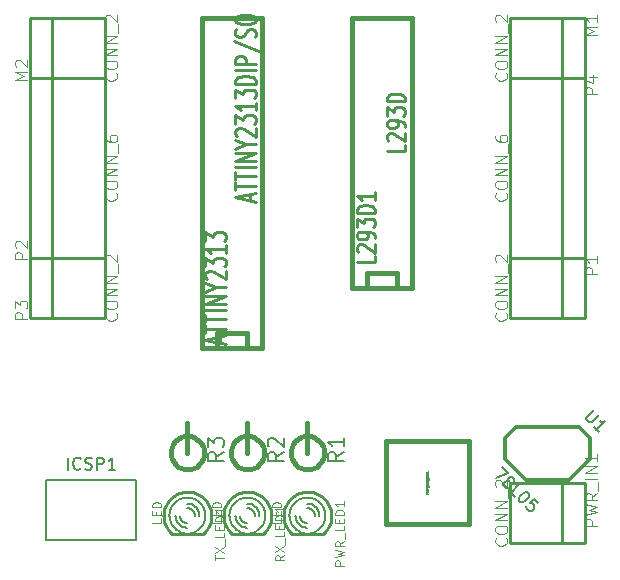
<source format=gto>
G04 (created by PCBNEW-RS274X (2011-05-25)-stable) date Thu 09 Aug 2012 09:53:34 PM CST*
G01*
G70*
G90*
%MOIN*%
G04 Gerber Fmt 3.4, Leading zero omitted, Abs format*
%FSLAX34Y34*%
G04 APERTURE LIST*
%ADD10C,0.006000*%
%ADD11C,0.015000*%
%ADD12C,0.010000*%
%ADD13C,0.008000*%
%ADD14C,0.012000*%
%ADD15C,0.003500*%
%ADD16C,0.011300*%
%ADD17C,0.000400*%
G04 APERTURE END LIST*
G54D10*
G54D11*
X24000Y-28500D02*
X24000Y-27500D01*
X24559Y-28500D02*
X24548Y-28608D01*
X24516Y-28713D01*
X24465Y-28809D01*
X24396Y-28893D01*
X24312Y-28963D01*
X24216Y-29015D01*
X24112Y-29047D01*
X24003Y-29058D01*
X23896Y-29049D01*
X23791Y-29018D01*
X23694Y-28967D01*
X23609Y-28899D01*
X23539Y-28815D01*
X23487Y-28720D01*
X23454Y-28616D01*
X23442Y-28507D01*
X23451Y-28400D01*
X23481Y-28295D01*
X23531Y-28198D01*
X23598Y-28112D01*
X23681Y-28041D01*
X23777Y-27988D01*
X23880Y-27955D01*
X23989Y-27942D01*
X24097Y-27950D01*
X24202Y-27979D01*
X24299Y-28029D01*
X24385Y-28096D01*
X24456Y-28178D01*
X24510Y-28273D01*
X24545Y-28377D01*
X24558Y-28485D01*
X24559Y-28500D01*
X26000Y-28500D02*
X26000Y-27500D01*
X26559Y-28500D02*
X26548Y-28608D01*
X26516Y-28713D01*
X26465Y-28809D01*
X26396Y-28893D01*
X26312Y-28963D01*
X26216Y-29015D01*
X26112Y-29047D01*
X26003Y-29058D01*
X25896Y-29049D01*
X25791Y-29018D01*
X25694Y-28967D01*
X25609Y-28899D01*
X25539Y-28815D01*
X25487Y-28720D01*
X25454Y-28616D01*
X25442Y-28507D01*
X25451Y-28400D01*
X25481Y-28295D01*
X25531Y-28198D01*
X25598Y-28112D01*
X25681Y-28041D01*
X25777Y-27988D01*
X25880Y-27955D01*
X25989Y-27942D01*
X26097Y-27950D01*
X26202Y-27979D01*
X26299Y-28029D01*
X26385Y-28096D01*
X26456Y-28178D01*
X26510Y-28273D01*
X26545Y-28377D01*
X26558Y-28485D01*
X26559Y-28500D01*
X28000Y-28500D02*
X28000Y-27500D01*
X28559Y-28500D02*
X28548Y-28608D01*
X28516Y-28713D01*
X28465Y-28809D01*
X28396Y-28893D01*
X28312Y-28963D01*
X28216Y-29015D01*
X28112Y-29047D01*
X28003Y-29058D01*
X27896Y-29049D01*
X27791Y-29018D01*
X27694Y-28967D01*
X27609Y-28899D01*
X27539Y-28815D01*
X27487Y-28720D01*
X27454Y-28616D01*
X27442Y-28507D01*
X27451Y-28400D01*
X27481Y-28295D01*
X27531Y-28198D01*
X27598Y-28112D01*
X27681Y-28041D01*
X27777Y-27988D01*
X27880Y-27955D01*
X27989Y-27942D01*
X28097Y-27950D01*
X28202Y-27979D01*
X28299Y-28029D01*
X28385Y-28096D01*
X28456Y-28178D01*
X28510Y-28273D01*
X28545Y-28377D01*
X28558Y-28485D01*
X28559Y-28500D01*
G54D12*
X21250Y-19000D02*
X21250Y-16000D01*
X19500Y-19000D02*
X19500Y-16000D01*
X18750Y-19000D02*
X18750Y-16000D01*
X18750Y-22000D02*
X21250Y-22000D01*
X18750Y-16000D02*
X21250Y-16000D01*
X19500Y-19000D02*
X19500Y-22000D01*
X18750Y-22000D02*
X18750Y-19000D01*
X21250Y-19000D02*
X21250Y-22000D01*
X34750Y-19000D02*
X34750Y-22000D01*
X36500Y-19000D02*
X36500Y-22000D01*
X37250Y-19000D02*
X37250Y-22000D01*
X37250Y-16000D02*
X34750Y-16000D01*
X37250Y-22000D02*
X34750Y-22000D01*
X36500Y-19000D02*
X36500Y-16000D01*
X37250Y-16000D02*
X37250Y-19000D01*
X34750Y-19000D02*
X34750Y-16000D01*
X36500Y-16000D02*
X36500Y-14000D01*
X34750Y-16000D02*
X34750Y-14000D01*
X37250Y-14000D02*
X37250Y-16000D01*
X37250Y-14000D02*
X34750Y-14000D01*
X37250Y-16000D02*
X34750Y-16000D01*
X19500Y-14000D02*
X19500Y-16000D01*
X21250Y-14000D02*
X21250Y-16000D01*
X18750Y-16000D02*
X18750Y-14000D01*
X18750Y-16000D02*
X21250Y-16000D01*
X18750Y-14000D02*
X21250Y-14000D01*
X36500Y-24000D02*
X36500Y-22000D01*
X34750Y-24000D02*
X34750Y-22000D01*
X37250Y-22000D02*
X37250Y-24000D01*
X37250Y-22000D02*
X34750Y-22000D01*
X37250Y-24000D02*
X34750Y-24000D01*
X19500Y-22000D02*
X19500Y-24000D01*
X21250Y-22000D02*
X21250Y-24000D01*
X18750Y-24000D02*
X18750Y-22000D01*
X18750Y-24000D02*
X21250Y-24000D01*
X18750Y-22000D02*
X21250Y-22000D01*
X36500Y-31500D02*
X36500Y-29500D01*
X34750Y-31500D02*
X34750Y-29500D01*
X37250Y-29500D02*
X37250Y-31500D01*
X37250Y-29500D02*
X34750Y-29500D01*
X37250Y-31500D02*
X34750Y-31500D01*
G54D13*
X22300Y-31400D02*
X19300Y-31400D01*
X19300Y-29400D02*
X22300Y-29400D01*
X22300Y-29400D02*
X22300Y-31400D01*
X19300Y-31400D02*
X19300Y-29400D01*
G54D14*
X37061Y-27646D02*
X34939Y-27646D01*
X34939Y-27646D02*
X34586Y-28000D01*
X34586Y-28000D02*
X34586Y-28707D01*
X34586Y-28707D02*
X35293Y-29414D01*
X35293Y-29414D02*
X36707Y-29414D01*
X36707Y-29414D02*
X37414Y-28707D01*
X37414Y-28707D02*
X37414Y-28000D01*
X37414Y-28000D02*
X37061Y-27646D01*
G54D12*
X27500Y-31220D02*
X28500Y-31220D01*
G54D10*
X28384Y-30140D02*
X28342Y-30108D01*
X28298Y-30080D01*
X28251Y-30056D01*
X28203Y-30036D01*
X28153Y-30020D01*
X28102Y-30009D01*
X28050Y-30003D01*
X28000Y-30000D01*
X28000Y-30001D02*
X27948Y-30004D01*
X27896Y-30011D01*
X27845Y-30022D01*
X27796Y-30038D01*
X27747Y-30058D01*
X27701Y-30082D01*
X27657Y-30110D01*
X27615Y-30142D01*
X27603Y-30153D01*
X28000Y-31199D02*
X28052Y-31196D01*
X28104Y-31189D01*
X28155Y-31178D01*
X28204Y-31162D01*
X28253Y-31142D01*
X28299Y-31118D01*
X28343Y-31090D01*
X28385Y-31058D01*
X28389Y-31054D01*
X27616Y-31060D02*
X27658Y-31092D01*
X27702Y-31120D01*
X27749Y-31144D01*
X27797Y-31164D01*
X27847Y-31180D01*
X27898Y-31191D01*
X27950Y-31197D01*
X28000Y-31200D01*
X28349Y-31087D02*
X28390Y-31055D01*
X28428Y-31019D01*
X28463Y-30980D01*
X28495Y-30938D01*
X28522Y-30894D01*
X28546Y-30847D01*
X28565Y-30799D01*
X28581Y-30749D01*
X28591Y-30697D01*
X28598Y-30646D01*
X28600Y-30600D01*
X28600Y-30600D02*
X28597Y-30548D01*
X28590Y-30496D01*
X28579Y-30445D01*
X28563Y-30395D01*
X28543Y-30347D01*
X28519Y-30301D01*
X28491Y-30256D01*
X28459Y-30215D01*
X28424Y-30176D01*
X28385Y-30141D01*
X28360Y-30121D01*
X27401Y-30600D02*
X27404Y-30652D01*
X27411Y-30704D01*
X27422Y-30755D01*
X27438Y-30804D01*
X27458Y-30853D01*
X27482Y-30899D01*
X27510Y-30943D01*
X27542Y-30985D01*
X27577Y-31023D01*
X27615Y-31058D01*
X27633Y-31072D01*
X27632Y-30127D02*
X27592Y-30161D01*
X27555Y-30198D01*
X27522Y-30239D01*
X27492Y-30282D01*
X27466Y-30327D01*
X27445Y-30375D01*
X27427Y-30424D01*
X27414Y-30475D01*
X27405Y-30526D01*
X27401Y-30579D01*
X27400Y-30600D01*
X28250Y-30600D02*
X28249Y-30579D01*
X28246Y-30557D01*
X28241Y-30536D01*
X28234Y-30515D01*
X28226Y-30495D01*
X28216Y-30476D01*
X28204Y-30457D01*
X28191Y-30440D01*
X28176Y-30424D01*
X28160Y-30409D01*
X28143Y-30396D01*
X28125Y-30384D01*
X28105Y-30374D01*
X28085Y-30366D01*
X28064Y-30359D01*
X28043Y-30354D01*
X28021Y-30351D01*
X28000Y-30350D01*
X28400Y-30600D02*
X28398Y-30566D01*
X28393Y-30531D01*
X28386Y-30497D01*
X28375Y-30464D01*
X28362Y-30431D01*
X28346Y-30401D01*
X28327Y-30371D01*
X28306Y-30343D01*
X28282Y-30318D01*
X28257Y-30294D01*
X28229Y-30273D01*
X28200Y-30254D01*
X28169Y-30238D01*
X28136Y-30225D01*
X28103Y-30214D01*
X28069Y-30207D01*
X28034Y-30202D01*
X28000Y-30200D01*
X27750Y-30600D02*
X27751Y-30621D01*
X27754Y-30643D01*
X27759Y-30664D01*
X27766Y-30685D01*
X27774Y-30705D01*
X27784Y-30724D01*
X27796Y-30743D01*
X27809Y-30760D01*
X27824Y-30776D01*
X27840Y-30791D01*
X27857Y-30804D01*
X27876Y-30816D01*
X27895Y-30826D01*
X27915Y-30834D01*
X27936Y-30841D01*
X27957Y-30846D01*
X27979Y-30849D01*
X28000Y-30850D01*
X27600Y-30600D02*
X27602Y-30634D01*
X27607Y-30669D01*
X27614Y-30703D01*
X27625Y-30736D01*
X27638Y-30769D01*
X27654Y-30799D01*
X27673Y-30829D01*
X27694Y-30857D01*
X27718Y-30882D01*
X27743Y-30906D01*
X27771Y-30927D01*
X27801Y-30946D01*
X27831Y-30962D01*
X27864Y-30975D01*
X27897Y-30986D01*
X27931Y-30993D01*
X27966Y-30998D01*
X28000Y-31000D01*
G54D12*
X28513Y-31213D02*
X28564Y-31166D01*
X28611Y-31115D01*
X28654Y-31060D01*
X28692Y-31001D01*
X28724Y-30939D01*
X28751Y-30874D01*
X28772Y-30808D01*
X28787Y-30740D01*
X28796Y-30671D01*
X28799Y-30601D01*
X28800Y-30600D01*
X28799Y-30600D02*
X28795Y-30531D01*
X28786Y-30462D01*
X28771Y-30394D01*
X28750Y-30327D01*
X28724Y-30263D01*
X28691Y-30201D01*
X28654Y-30142D01*
X28612Y-30087D01*
X28564Y-30036D01*
X28513Y-29988D01*
X28458Y-29946D01*
X28399Y-29909D01*
X28376Y-29896D01*
X27203Y-30601D02*
X27206Y-30670D01*
X27215Y-30739D01*
X27230Y-30807D01*
X27251Y-30874D01*
X27278Y-30938D01*
X27310Y-31000D01*
X27348Y-31058D01*
X27390Y-31114D01*
X27437Y-31165D01*
X27485Y-31209D01*
X27603Y-29906D02*
X27544Y-29944D01*
X27488Y-29986D01*
X27437Y-30033D01*
X27389Y-30084D01*
X27347Y-30139D01*
X27309Y-30198D01*
X27277Y-30260D01*
X27250Y-30324D01*
X27228Y-30391D01*
X27213Y-30459D01*
X27204Y-30528D01*
X27201Y-30598D01*
X27200Y-30600D01*
X28379Y-29896D02*
X28316Y-29866D01*
X28251Y-29841D01*
X28184Y-29822D01*
X28115Y-29809D01*
X28046Y-29802D01*
X28000Y-29800D01*
X28000Y-29801D02*
X27931Y-29805D01*
X27862Y-29814D01*
X27794Y-29829D01*
X27727Y-29850D01*
X27663Y-29876D01*
X27601Y-29909D01*
X27582Y-29920D01*
X25500Y-31220D02*
X26500Y-31220D01*
G54D10*
X26384Y-30140D02*
X26342Y-30108D01*
X26298Y-30080D01*
X26251Y-30056D01*
X26203Y-30036D01*
X26153Y-30020D01*
X26102Y-30009D01*
X26050Y-30003D01*
X26000Y-30000D01*
X26000Y-30001D02*
X25948Y-30004D01*
X25896Y-30011D01*
X25845Y-30022D01*
X25796Y-30038D01*
X25747Y-30058D01*
X25701Y-30082D01*
X25657Y-30110D01*
X25615Y-30142D01*
X25603Y-30153D01*
X26000Y-31199D02*
X26052Y-31196D01*
X26104Y-31189D01*
X26155Y-31178D01*
X26204Y-31162D01*
X26253Y-31142D01*
X26299Y-31118D01*
X26343Y-31090D01*
X26385Y-31058D01*
X26389Y-31054D01*
X25616Y-31060D02*
X25658Y-31092D01*
X25702Y-31120D01*
X25749Y-31144D01*
X25797Y-31164D01*
X25847Y-31180D01*
X25898Y-31191D01*
X25950Y-31197D01*
X26000Y-31200D01*
X26349Y-31087D02*
X26390Y-31055D01*
X26428Y-31019D01*
X26463Y-30980D01*
X26495Y-30938D01*
X26522Y-30894D01*
X26546Y-30847D01*
X26565Y-30799D01*
X26581Y-30749D01*
X26591Y-30697D01*
X26598Y-30646D01*
X26600Y-30600D01*
X26600Y-30600D02*
X26597Y-30548D01*
X26590Y-30496D01*
X26579Y-30445D01*
X26563Y-30395D01*
X26543Y-30347D01*
X26519Y-30301D01*
X26491Y-30256D01*
X26459Y-30215D01*
X26424Y-30176D01*
X26385Y-30141D01*
X26360Y-30121D01*
X25401Y-30600D02*
X25404Y-30652D01*
X25411Y-30704D01*
X25422Y-30755D01*
X25438Y-30804D01*
X25458Y-30853D01*
X25482Y-30899D01*
X25510Y-30943D01*
X25542Y-30985D01*
X25577Y-31023D01*
X25615Y-31058D01*
X25633Y-31072D01*
X25632Y-30127D02*
X25592Y-30161D01*
X25555Y-30198D01*
X25522Y-30239D01*
X25492Y-30282D01*
X25466Y-30327D01*
X25445Y-30375D01*
X25427Y-30424D01*
X25414Y-30475D01*
X25405Y-30526D01*
X25401Y-30579D01*
X25400Y-30600D01*
X26250Y-30600D02*
X26249Y-30579D01*
X26246Y-30557D01*
X26241Y-30536D01*
X26234Y-30515D01*
X26226Y-30495D01*
X26216Y-30476D01*
X26204Y-30457D01*
X26191Y-30440D01*
X26176Y-30424D01*
X26160Y-30409D01*
X26143Y-30396D01*
X26125Y-30384D01*
X26105Y-30374D01*
X26085Y-30366D01*
X26064Y-30359D01*
X26043Y-30354D01*
X26021Y-30351D01*
X26000Y-30350D01*
X26400Y-30600D02*
X26398Y-30566D01*
X26393Y-30531D01*
X26386Y-30497D01*
X26375Y-30464D01*
X26362Y-30431D01*
X26346Y-30401D01*
X26327Y-30371D01*
X26306Y-30343D01*
X26282Y-30318D01*
X26257Y-30294D01*
X26229Y-30273D01*
X26200Y-30254D01*
X26169Y-30238D01*
X26136Y-30225D01*
X26103Y-30214D01*
X26069Y-30207D01*
X26034Y-30202D01*
X26000Y-30200D01*
X25750Y-30600D02*
X25751Y-30621D01*
X25754Y-30643D01*
X25759Y-30664D01*
X25766Y-30685D01*
X25774Y-30705D01*
X25784Y-30724D01*
X25796Y-30743D01*
X25809Y-30760D01*
X25824Y-30776D01*
X25840Y-30791D01*
X25857Y-30804D01*
X25876Y-30816D01*
X25895Y-30826D01*
X25915Y-30834D01*
X25936Y-30841D01*
X25957Y-30846D01*
X25979Y-30849D01*
X26000Y-30850D01*
X25600Y-30600D02*
X25602Y-30634D01*
X25607Y-30669D01*
X25614Y-30703D01*
X25625Y-30736D01*
X25638Y-30769D01*
X25654Y-30799D01*
X25673Y-30829D01*
X25694Y-30857D01*
X25718Y-30882D01*
X25743Y-30906D01*
X25771Y-30927D01*
X25801Y-30946D01*
X25831Y-30962D01*
X25864Y-30975D01*
X25897Y-30986D01*
X25931Y-30993D01*
X25966Y-30998D01*
X26000Y-31000D01*
G54D12*
X26513Y-31213D02*
X26564Y-31166D01*
X26611Y-31115D01*
X26654Y-31060D01*
X26692Y-31001D01*
X26724Y-30939D01*
X26751Y-30874D01*
X26772Y-30808D01*
X26787Y-30740D01*
X26796Y-30671D01*
X26799Y-30601D01*
X26800Y-30600D01*
X26799Y-30600D02*
X26795Y-30531D01*
X26786Y-30462D01*
X26771Y-30394D01*
X26750Y-30327D01*
X26724Y-30263D01*
X26691Y-30201D01*
X26654Y-30142D01*
X26612Y-30087D01*
X26564Y-30036D01*
X26513Y-29988D01*
X26458Y-29946D01*
X26399Y-29909D01*
X26376Y-29896D01*
X25203Y-30601D02*
X25206Y-30670D01*
X25215Y-30739D01*
X25230Y-30807D01*
X25251Y-30874D01*
X25278Y-30938D01*
X25310Y-31000D01*
X25348Y-31058D01*
X25390Y-31114D01*
X25437Y-31165D01*
X25485Y-31209D01*
X25603Y-29906D02*
X25544Y-29944D01*
X25488Y-29986D01*
X25437Y-30033D01*
X25389Y-30084D01*
X25347Y-30139D01*
X25309Y-30198D01*
X25277Y-30260D01*
X25250Y-30324D01*
X25228Y-30391D01*
X25213Y-30459D01*
X25204Y-30528D01*
X25201Y-30598D01*
X25200Y-30600D01*
X26379Y-29896D02*
X26316Y-29866D01*
X26251Y-29841D01*
X26184Y-29822D01*
X26115Y-29809D01*
X26046Y-29802D01*
X26000Y-29800D01*
X26000Y-29801D02*
X25931Y-29805D01*
X25862Y-29814D01*
X25794Y-29829D01*
X25727Y-29850D01*
X25663Y-29876D01*
X25601Y-29909D01*
X25582Y-29920D01*
X23500Y-31220D02*
X24500Y-31220D01*
G54D10*
X24384Y-30140D02*
X24342Y-30108D01*
X24298Y-30080D01*
X24251Y-30056D01*
X24203Y-30036D01*
X24153Y-30020D01*
X24102Y-30009D01*
X24050Y-30003D01*
X24000Y-30000D01*
X24000Y-30001D02*
X23948Y-30004D01*
X23896Y-30011D01*
X23845Y-30022D01*
X23796Y-30038D01*
X23747Y-30058D01*
X23701Y-30082D01*
X23657Y-30110D01*
X23615Y-30142D01*
X23603Y-30153D01*
X24000Y-31199D02*
X24052Y-31196D01*
X24104Y-31189D01*
X24155Y-31178D01*
X24204Y-31162D01*
X24253Y-31142D01*
X24299Y-31118D01*
X24343Y-31090D01*
X24385Y-31058D01*
X24389Y-31054D01*
X23616Y-31060D02*
X23658Y-31092D01*
X23702Y-31120D01*
X23749Y-31144D01*
X23797Y-31164D01*
X23847Y-31180D01*
X23898Y-31191D01*
X23950Y-31197D01*
X24000Y-31200D01*
X24349Y-31087D02*
X24390Y-31055D01*
X24428Y-31019D01*
X24463Y-30980D01*
X24495Y-30938D01*
X24522Y-30894D01*
X24546Y-30847D01*
X24565Y-30799D01*
X24581Y-30749D01*
X24591Y-30697D01*
X24598Y-30646D01*
X24600Y-30600D01*
X24600Y-30600D02*
X24597Y-30548D01*
X24590Y-30496D01*
X24579Y-30445D01*
X24563Y-30395D01*
X24543Y-30347D01*
X24519Y-30301D01*
X24491Y-30256D01*
X24459Y-30215D01*
X24424Y-30176D01*
X24385Y-30141D01*
X24360Y-30121D01*
X23401Y-30600D02*
X23404Y-30652D01*
X23411Y-30704D01*
X23422Y-30755D01*
X23438Y-30804D01*
X23458Y-30853D01*
X23482Y-30899D01*
X23510Y-30943D01*
X23542Y-30985D01*
X23577Y-31023D01*
X23615Y-31058D01*
X23633Y-31072D01*
X23632Y-30127D02*
X23592Y-30161D01*
X23555Y-30198D01*
X23522Y-30239D01*
X23492Y-30282D01*
X23466Y-30327D01*
X23445Y-30375D01*
X23427Y-30424D01*
X23414Y-30475D01*
X23405Y-30526D01*
X23401Y-30579D01*
X23400Y-30600D01*
X24250Y-30600D02*
X24249Y-30579D01*
X24246Y-30557D01*
X24241Y-30536D01*
X24234Y-30515D01*
X24226Y-30495D01*
X24216Y-30476D01*
X24204Y-30457D01*
X24191Y-30440D01*
X24176Y-30424D01*
X24160Y-30409D01*
X24143Y-30396D01*
X24125Y-30384D01*
X24105Y-30374D01*
X24085Y-30366D01*
X24064Y-30359D01*
X24043Y-30354D01*
X24021Y-30351D01*
X24000Y-30350D01*
X24400Y-30600D02*
X24398Y-30566D01*
X24393Y-30531D01*
X24386Y-30497D01*
X24375Y-30464D01*
X24362Y-30431D01*
X24346Y-30401D01*
X24327Y-30371D01*
X24306Y-30343D01*
X24282Y-30318D01*
X24257Y-30294D01*
X24229Y-30273D01*
X24200Y-30254D01*
X24169Y-30238D01*
X24136Y-30225D01*
X24103Y-30214D01*
X24069Y-30207D01*
X24034Y-30202D01*
X24000Y-30200D01*
X23750Y-30600D02*
X23751Y-30621D01*
X23754Y-30643D01*
X23759Y-30664D01*
X23766Y-30685D01*
X23774Y-30705D01*
X23784Y-30724D01*
X23796Y-30743D01*
X23809Y-30760D01*
X23824Y-30776D01*
X23840Y-30791D01*
X23857Y-30804D01*
X23876Y-30816D01*
X23895Y-30826D01*
X23915Y-30834D01*
X23936Y-30841D01*
X23957Y-30846D01*
X23979Y-30849D01*
X24000Y-30850D01*
X23600Y-30600D02*
X23602Y-30634D01*
X23607Y-30669D01*
X23614Y-30703D01*
X23625Y-30736D01*
X23638Y-30769D01*
X23654Y-30799D01*
X23673Y-30829D01*
X23694Y-30857D01*
X23718Y-30882D01*
X23743Y-30906D01*
X23771Y-30927D01*
X23801Y-30946D01*
X23831Y-30962D01*
X23864Y-30975D01*
X23897Y-30986D01*
X23931Y-30993D01*
X23966Y-30998D01*
X24000Y-31000D01*
G54D12*
X24513Y-31213D02*
X24564Y-31166D01*
X24611Y-31115D01*
X24654Y-31060D01*
X24692Y-31001D01*
X24724Y-30939D01*
X24751Y-30874D01*
X24772Y-30808D01*
X24787Y-30740D01*
X24796Y-30671D01*
X24799Y-30601D01*
X24800Y-30600D01*
X24799Y-30600D02*
X24795Y-30531D01*
X24786Y-30462D01*
X24771Y-30394D01*
X24750Y-30327D01*
X24724Y-30263D01*
X24691Y-30201D01*
X24654Y-30142D01*
X24612Y-30087D01*
X24564Y-30036D01*
X24513Y-29988D01*
X24458Y-29946D01*
X24399Y-29909D01*
X24376Y-29896D01*
X23203Y-30601D02*
X23206Y-30670D01*
X23215Y-30739D01*
X23230Y-30807D01*
X23251Y-30874D01*
X23278Y-30938D01*
X23310Y-31000D01*
X23348Y-31058D01*
X23390Y-31114D01*
X23437Y-31165D01*
X23485Y-31209D01*
X23603Y-29906D02*
X23544Y-29944D01*
X23488Y-29986D01*
X23437Y-30033D01*
X23389Y-30084D01*
X23347Y-30139D01*
X23309Y-30198D01*
X23277Y-30260D01*
X23250Y-30324D01*
X23228Y-30391D01*
X23213Y-30459D01*
X23204Y-30528D01*
X23201Y-30598D01*
X23200Y-30600D01*
X24379Y-29896D02*
X24316Y-29866D01*
X24251Y-29841D01*
X24184Y-29822D01*
X24115Y-29809D01*
X24046Y-29802D01*
X24000Y-29800D01*
X24000Y-29801D02*
X23931Y-29805D01*
X23862Y-29814D01*
X23794Y-29829D01*
X23727Y-29850D01*
X23663Y-29876D01*
X23601Y-29909D01*
X23582Y-29920D01*
G54D11*
X25000Y-25000D02*
X25000Y-24500D01*
X25000Y-24500D02*
X26000Y-24500D01*
X26000Y-24500D02*
X26000Y-25000D01*
X24500Y-25000D02*
X24500Y-14000D01*
X24500Y-14000D02*
X26500Y-14000D01*
X26500Y-14000D02*
X26500Y-25000D01*
X26500Y-25000D02*
X24500Y-25000D01*
X30000Y-23000D02*
X30000Y-23000D01*
X30000Y-23000D02*
X30000Y-22500D01*
X30000Y-22500D02*
X31000Y-22500D01*
X31000Y-22500D02*
X31000Y-23000D01*
X29500Y-23000D02*
X29500Y-14000D01*
X29500Y-14000D02*
X31500Y-14000D01*
X31500Y-14000D02*
X31500Y-23000D01*
X31500Y-23000D02*
X29500Y-23000D01*
X30622Y-30878D02*
X30622Y-28122D01*
X30622Y-28122D02*
X33378Y-28122D01*
X33378Y-28122D02*
X33378Y-30878D01*
X33378Y-30878D02*
X30622Y-30878D01*
G54D13*
X25223Y-28483D02*
X24961Y-28650D01*
X25223Y-28769D02*
X24673Y-28769D01*
X24673Y-28578D01*
X24699Y-28531D01*
X24725Y-28507D01*
X24777Y-28483D01*
X24856Y-28483D01*
X24908Y-28507D01*
X24935Y-28531D01*
X24961Y-28578D01*
X24961Y-28769D01*
X24673Y-28317D02*
X24673Y-28007D01*
X24882Y-28174D01*
X24882Y-28102D01*
X24908Y-28055D01*
X24935Y-28031D01*
X24987Y-28007D01*
X25118Y-28007D01*
X25170Y-28031D01*
X25196Y-28055D01*
X25223Y-28102D01*
X25223Y-28245D01*
X25196Y-28293D01*
X25170Y-28317D01*
X27223Y-28483D02*
X26961Y-28650D01*
X27223Y-28769D02*
X26673Y-28769D01*
X26673Y-28578D01*
X26699Y-28531D01*
X26725Y-28507D01*
X26777Y-28483D01*
X26856Y-28483D01*
X26908Y-28507D01*
X26935Y-28531D01*
X26961Y-28578D01*
X26961Y-28769D01*
X26725Y-28293D02*
X26699Y-28269D01*
X26673Y-28221D01*
X26673Y-28102D01*
X26699Y-28055D01*
X26725Y-28031D01*
X26777Y-28007D01*
X26830Y-28007D01*
X26908Y-28031D01*
X27223Y-28317D01*
X27223Y-28007D01*
X29223Y-28483D02*
X28961Y-28650D01*
X29223Y-28769D02*
X28673Y-28769D01*
X28673Y-28578D01*
X28699Y-28531D01*
X28725Y-28507D01*
X28777Y-28483D01*
X28856Y-28483D01*
X28908Y-28507D01*
X28935Y-28531D01*
X28961Y-28578D01*
X28961Y-28769D01*
X29223Y-28007D02*
X29223Y-28293D01*
X29223Y-28150D02*
X28673Y-28150D01*
X28751Y-28198D01*
X28804Y-28245D01*
X28830Y-28293D01*
G54D15*
X18662Y-22045D02*
X18262Y-22045D01*
X18262Y-21892D01*
X18281Y-21854D01*
X18300Y-21835D01*
X18338Y-21816D01*
X18395Y-21816D01*
X18433Y-21835D01*
X18452Y-21854D01*
X18471Y-21892D01*
X18471Y-22045D01*
X18300Y-21664D02*
X18281Y-21645D01*
X18262Y-21607D01*
X18262Y-21511D01*
X18281Y-21473D01*
X18300Y-21454D01*
X18338Y-21435D01*
X18376Y-21435D01*
X18433Y-21454D01*
X18662Y-21683D01*
X18662Y-21435D01*
X21624Y-19847D02*
X21643Y-19866D01*
X21662Y-19923D01*
X21662Y-19961D01*
X21643Y-20019D01*
X21605Y-20057D01*
X21567Y-20076D01*
X21490Y-20095D01*
X21433Y-20095D01*
X21357Y-20076D01*
X21319Y-20057D01*
X21281Y-20019D01*
X21262Y-19961D01*
X21262Y-19923D01*
X21281Y-19866D01*
X21300Y-19847D01*
X21262Y-19600D02*
X21262Y-19523D01*
X21281Y-19485D01*
X21319Y-19447D01*
X21395Y-19428D01*
X21529Y-19428D01*
X21605Y-19447D01*
X21643Y-19485D01*
X21662Y-19523D01*
X21662Y-19600D01*
X21643Y-19638D01*
X21605Y-19676D01*
X21529Y-19695D01*
X21395Y-19695D01*
X21319Y-19676D01*
X21281Y-19638D01*
X21262Y-19600D01*
X21662Y-19257D02*
X21262Y-19257D01*
X21662Y-19028D01*
X21262Y-19028D01*
X21662Y-18838D02*
X21262Y-18838D01*
X21662Y-18609D01*
X21262Y-18609D01*
X21700Y-18514D02*
X21700Y-18209D01*
X21262Y-17942D02*
X21262Y-18019D01*
X21281Y-18057D01*
X21300Y-18076D01*
X21357Y-18114D01*
X21433Y-18133D01*
X21586Y-18133D01*
X21624Y-18114D01*
X21643Y-18095D01*
X21662Y-18057D01*
X21662Y-17980D01*
X21643Y-17942D01*
X21624Y-17923D01*
X21586Y-17904D01*
X21490Y-17904D01*
X21452Y-17923D01*
X21433Y-17942D01*
X21414Y-17980D01*
X21414Y-18057D01*
X21433Y-18095D01*
X21452Y-18114D01*
X21490Y-18133D01*
X37662Y-16545D02*
X37262Y-16545D01*
X37262Y-16392D01*
X37281Y-16354D01*
X37300Y-16335D01*
X37338Y-16316D01*
X37395Y-16316D01*
X37433Y-16335D01*
X37452Y-16354D01*
X37471Y-16392D01*
X37471Y-16545D01*
X37395Y-15973D02*
X37662Y-15973D01*
X37243Y-16069D02*
X37529Y-16164D01*
X37529Y-15916D01*
X34624Y-19847D02*
X34643Y-19866D01*
X34662Y-19923D01*
X34662Y-19961D01*
X34643Y-20019D01*
X34605Y-20057D01*
X34567Y-20076D01*
X34490Y-20095D01*
X34433Y-20095D01*
X34357Y-20076D01*
X34319Y-20057D01*
X34281Y-20019D01*
X34262Y-19961D01*
X34262Y-19923D01*
X34281Y-19866D01*
X34300Y-19847D01*
X34262Y-19600D02*
X34262Y-19523D01*
X34281Y-19485D01*
X34319Y-19447D01*
X34395Y-19428D01*
X34529Y-19428D01*
X34605Y-19447D01*
X34643Y-19485D01*
X34662Y-19523D01*
X34662Y-19600D01*
X34643Y-19638D01*
X34605Y-19676D01*
X34529Y-19695D01*
X34395Y-19695D01*
X34319Y-19676D01*
X34281Y-19638D01*
X34262Y-19600D01*
X34662Y-19257D02*
X34262Y-19257D01*
X34662Y-19028D01*
X34262Y-19028D01*
X34662Y-18838D02*
X34262Y-18838D01*
X34662Y-18609D01*
X34262Y-18609D01*
X34700Y-18514D02*
X34700Y-18209D01*
X34262Y-17942D02*
X34262Y-18019D01*
X34281Y-18057D01*
X34300Y-18076D01*
X34357Y-18114D01*
X34433Y-18133D01*
X34586Y-18133D01*
X34624Y-18114D01*
X34643Y-18095D01*
X34662Y-18057D01*
X34662Y-17980D01*
X34643Y-17942D01*
X34624Y-17923D01*
X34586Y-17904D01*
X34490Y-17904D01*
X34452Y-17923D01*
X34433Y-17942D01*
X34414Y-17980D01*
X34414Y-18057D01*
X34433Y-18095D01*
X34452Y-18114D01*
X34490Y-18133D01*
X37662Y-14574D02*
X37262Y-14574D01*
X37548Y-14440D01*
X37262Y-14307D01*
X37662Y-14307D01*
X37662Y-13907D02*
X37662Y-14136D01*
X37662Y-14022D02*
X37262Y-14022D01*
X37319Y-14060D01*
X37357Y-14098D01*
X37376Y-14136D01*
X34624Y-15847D02*
X34643Y-15866D01*
X34662Y-15923D01*
X34662Y-15961D01*
X34643Y-16019D01*
X34605Y-16057D01*
X34567Y-16076D01*
X34490Y-16095D01*
X34433Y-16095D01*
X34357Y-16076D01*
X34319Y-16057D01*
X34281Y-16019D01*
X34262Y-15961D01*
X34262Y-15923D01*
X34281Y-15866D01*
X34300Y-15847D01*
X34262Y-15600D02*
X34262Y-15523D01*
X34281Y-15485D01*
X34319Y-15447D01*
X34395Y-15428D01*
X34529Y-15428D01*
X34605Y-15447D01*
X34643Y-15485D01*
X34662Y-15523D01*
X34662Y-15600D01*
X34643Y-15638D01*
X34605Y-15676D01*
X34529Y-15695D01*
X34395Y-15695D01*
X34319Y-15676D01*
X34281Y-15638D01*
X34262Y-15600D01*
X34662Y-15257D02*
X34262Y-15257D01*
X34662Y-15028D01*
X34262Y-15028D01*
X34662Y-14838D02*
X34262Y-14838D01*
X34662Y-14609D01*
X34262Y-14609D01*
X34700Y-14514D02*
X34700Y-14209D01*
X34300Y-14133D02*
X34281Y-14114D01*
X34262Y-14076D01*
X34262Y-13980D01*
X34281Y-13942D01*
X34300Y-13923D01*
X34338Y-13904D01*
X34376Y-13904D01*
X34433Y-13923D01*
X34662Y-14152D01*
X34662Y-13904D01*
X18662Y-16074D02*
X18262Y-16074D01*
X18548Y-15940D01*
X18262Y-15807D01*
X18662Y-15807D01*
X18300Y-15636D02*
X18281Y-15617D01*
X18262Y-15579D01*
X18262Y-15483D01*
X18281Y-15445D01*
X18300Y-15426D01*
X18338Y-15407D01*
X18376Y-15407D01*
X18433Y-15426D01*
X18662Y-15655D01*
X18662Y-15407D01*
X21624Y-15847D02*
X21643Y-15866D01*
X21662Y-15923D01*
X21662Y-15961D01*
X21643Y-16019D01*
X21605Y-16057D01*
X21567Y-16076D01*
X21490Y-16095D01*
X21433Y-16095D01*
X21357Y-16076D01*
X21319Y-16057D01*
X21281Y-16019D01*
X21262Y-15961D01*
X21262Y-15923D01*
X21281Y-15866D01*
X21300Y-15847D01*
X21262Y-15600D02*
X21262Y-15523D01*
X21281Y-15485D01*
X21319Y-15447D01*
X21395Y-15428D01*
X21529Y-15428D01*
X21605Y-15447D01*
X21643Y-15485D01*
X21662Y-15523D01*
X21662Y-15600D01*
X21643Y-15638D01*
X21605Y-15676D01*
X21529Y-15695D01*
X21395Y-15695D01*
X21319Y-15676D01*
X21281Y-15638D01*
X21262Y-15600D01*
X21662Y-15257D02*
X21262Y-15257D01*
X21662Y-15028D01*
X21262Y-15028D01*
X21662Y-14838D02*
X21262Y-14838D01*
X21662Y-14609D01*
X21262Y-14609D01*
X21700Y-14514D02*
X21700Y-14209D01*
X21300Y-14133D02*
X21281Y-14114D01*
X21262Y-14076D01*
X21262Y-13980D01*
X21281Y-13942D01*
X21300Y-13923D01*
X21338Y-13904D01*
X21376Y-13904D01*
X21433Y-13923D01*
X21662Y-14152D01*
X21662Y-13904D01*
X37662Y-22545D02*
X37262Y-22545D01*
X37262Y-22392D01*
X37281Y-22354D01*
X37300Y-22335D01*
X37338Y-22316D01*
X37395Y-22316D01*
X37433Y-22335D01*
X37452Y-22354D01*
X37471Y-22392D01*
X37471Y-22545D01*
X37662Y-21935D02*
X37662Y-22164D01*
X37662Y-22050D02*
X37262Y-22050D01*
X37319Y-22088D01*
X37357Y-22126D01*
X37376Y-22164D01*
X34624Y-23847D02*
X34643Y-23866D01*
X34662Y-23923D01*
X34662Y-23961D01*
X34643Y-24019D01*
X34605Y-24057D01*
X34567Y-24076D01*
X34490Y-24095D01*
X34433Y-24095D01*
X34357Y-24076D01*
X34319Y-24057D01*
X34281Y-24019D01*
X34262Y-23961D01*
X34262Y-23923D01*
X34281Y-23866D01*
X34300Y-23847D01*
X34262Y-23600D02*
X34262Y-23523D01*
X34281Y-23485D01*
X34319Y-23447D01*
X34395Y-23428D01*
X34529Y-23428D01*
X34605Y-23447D01*
X34643Y-23485D01*
X34662Y-23523D01*
X34662Y-23600D01*
X34643Y-23638D01*
X34605Y-23676D01*
X34529Y-23695D01*
X34395Y-23695D01*
X34319Y-23676D01*
X34281Y-23638D01*
X34262Y-23600D01*
X34662Y-23257D02*
X34262Y-23257D01*
X34662Y-23028D01*
X34262Y-23028D01*
X34662Y-22838D02*
X34262Y-22838D01*
X34662Y-22609D01*
X34262Y-22609D01*
X34700Y-22514D02*
X34700Y-22209D01*
X34300Y-22133D02*
X34281Y-22114D01*
X34262Y-22076D01*
X34262Y-21980D01*
X34281Y-21942D01*
X34300Y-21923D01*
X34338Y-21904D01*
X34376Y-21904D01*
X34433Y-21923D01*
X34662Y-22152D01*
X34662Y-21904D01*
X18662Y-24045D02*
X18262Y-24045D01*
X18262Y-23892D01*
X18281Y-23854D01*
X18300Y-23835D01*
X18338Y-23816D01*
X18395Y-23816D01*
X18433Y-23835D01*
X18452Y-23854D01*
X18471Y-23892D01*
X18471Y-24045D01*
X18262Y-23683D02*
X18262Y-23435D01*
X18414Y-23569D01*
X18414Y-23511D01*
X18433Y-23473D01*
X18452Y-23454D01*
X18490Y-23435D01*
X18586Y-23435D01*
X18624Y-23454D01*
X18643Y-23473D01*
X18662Y-23511D01*
X18662Y-23626D01*
X18643Y-23664D01*
X18624Y-23683D01*
X21624Y-23847D02*
X21643Y-23866D01*
X21662Y-23923D01*
X21662Y-23961D01*
X21643Y-24019D01*
X21605Y-24057D01*
X21567Y-24076D01*
X21490Y-24095D01*
X21433Y-24095D01*
X21357Y-24076D01*
X21319Y-24057D01*
X21281Y-24019D01*
X21262Y-23961D01*
X21262Y-23923D01*
X21281Y-23866D01*
X21300Y-23847D01*
X21262Y-23600D02*
X21262Y-23523D01*
X21281Y-23485D01*
X21319Y-23447D01*
X21395Y-23428D01*
X21529Y-23428D01*
X21605Y-23447D01*
X21643Y-23485D01*
X21662Y-23523D01*
X21662Y-23600D01*
X21643Y-23638D01*
X21605Y-23676D01*
X21529Y-23695D01*
X21395Y-23695D01*
X21319Y-23676D01*
X21281Y-23638D01*
X21262Y-23600D01*
X21662Y-23257D02*
X21262Y-23257D01*
X21662Y-23028D01*
X21262Y-23028D01*
X21662Y-22838D02*
X21262Y-22838D01*
X21662Y-22609D01*
X21262Y-22609D01*
X21700Y-22514D02*
X21700Y-22209D01*
X21300Y-22133D02*
X21281Y-22114D01*
X21262Y-22076D01*
X21262Y-21980D01*
X21281Y-21942D01*
X21300Y-21923D01*
X21338Y-21904D01*
X21376Y-21904D01*
X21433Y-21923D01*
X21662Y-22152D01*
X21662Y-21904D01*
X37662Y-30931D02*
X37262Y-30931D01*
X37262Y-30778D01*
X37281Y-30740D01*
X37300Y-30721D01*
X37338Y-30702D01*
X37395Y-30702D01*
X37433Y-30721D01*
X37452Y-30740D01*
X37471Y-30778D01*
X37471Y-30931D01*
X37262Y-30569D02*
X37662Y-30474D01*
X37376Y-30397D01*
X37662Y-30321D01*
X37262Y-30226D01*
X37662Y-29845D02*
X37471Y-29979D01*
X37662Y-30074D02*
X37262Y-30074D01*
X37262Y-29921D01*
X37281Y-29883D01*
X37300Y-29864D01*
X37338Y-29845D01*
X37395Y-29845D01*
X37433Y-29864D01*
X37452Y-29883D01*
X37471Y-29921D01*
X37471Y-30074D01*
X37700Y-29769D02*
X37700Y-29464D01*
X37662Y-29369D02*
X37262Y-29369D01*
X37662Y-29179D02*
X37262Y-29179D01*
X37662Y-28950D01*
X37262Y-28950D01*
X37662Y-28550D02*
X37662Y-28779D01*
X37662Y-28665D02*
X37262Y-28665D01*
X37319Y-28703D01*
X37357Y-28741D01*
X37376Y-28779D01*
X34624Y-31347D02*
X34643Y-31366D01*
X34662Y-31423D01*
X34662Y-31461D01*
X34643Y-31519D01*
X34605Y-31557D01*
X34567Y-31576D01*
X34490Y-31595D01*
X34433Y-31595D01*
X34357Y-31576D01*
X34319Y-31557D01*
X34281Y-31519D01*
X34262Y-31461D01*
X34262Y-31423D01*
X34281Y-31366D01*
X34300Y-31347D01*
X34262Y-31100D02*
X34262Y-31023D01*
X34281Y-30985D01*
X34319Y-30947D01*
X34395Y-30928D01*
X34529Y-30928D01*
X34605Y-30947D01*
X34643Y-30985D01*
X34662Y-31023D01*
X34662Y-31100D01*
X34643Y-31138D01*
X34605Y-31176D01*
X34529Y-31195D01*
X34395Y-31195D01*
X34319Y-31176D01*
X34281Y-31138D01*
X34262Y-31100D01*
X34662Y-30757D02*
X34262Y-30757D01*
X34662Y-30528D01*
X34262Y-30528D01*
X34662Y-30338D02*
X34262Y-30338D01*
X34662Y-30109D01*
X34262Y-30109D01*
X34700Y-30014D02*
X34700Y-29709D01*
X34300Y-29633D02*
X34281Y-29614D01*
X34262Y-29576D01*
X34262Y-29480D01*
X34281Y-29442D01*
X34300Y-29423D01*
X34338Y-29404D01*
X34376Y-29404D01*
X34433Y-29423D01*
X34662Y-29652D01*
X34662Y-29404D01*
G54D13*
X20019Y-29062D02*
X20019Y-28662D01*
X20438Y-29024D02*
X20419Y-29043D01*
X20362Y-29062D01*
X20324Y-29062D01*
X20266Y-29043D01*
X20228Y-29005D01*
X20209Y-28967D01*
X20190Y-28890D01*
X20190Y-28833D01*
X20209Y-28757D01*
X20228Y-28719D01*
X20266Y-28681D01*
X20324Y-28662D01*
X20362Y-28662D01*
X20419Y-28681D01*
X20438Y-28700D01*
X20590Y-29043D02*
X20647Y-29062D01*
X20743Y-29062D01*
X20781Y-29043D01*
X20800Y-29024D01*
X20819Y-28986D01*
X20819Y-28948D01*
X20800Y-28910D01*
X20781Y-28890D01*
X20743Y-28871D01*
X20666Y-28852D01*
X20628Y-28833D01*
X20609Y-28814D01*
X20590Y-28776D01*
X20590Y-28738D01*
X20609Y-28700D01*
X20628Y-28681D01*
X20666Y-28662D01*
X20762Y-28662D01*
X20819Y-28681D01*
X20990Y-29062D02*
X20990Y-28662D01*
X21143Y-28662D01*
X21181Y-28681D01*
X21200Y-28700D01*
X21219Y-28738D01*
X21219Y-28795D01*
X21200Y-28833D01*
X21181Y-28852D01*
X21143Y-28871D01*
X20990Y-28871D01*
X21600Y-29062D02*
X21371Y-29062D01*
X21485Y-29062D02*
X21485Y-28662D01*
X21447Y-28719D01*
X21409Y-28757D01*
X21371Y-28776D01*
X37544Y-27086D02*
X37315Y-27315D01*
X37301Y-27355D01*
X37301Y-27382D01*
X37315Y-27423D01*
X37369Y-27477D01*
X37409Y-27491D01*
X37436Y-27491D01*
X37476Y-27477D01*
X37706Y-27248D01*
X37706Y-27814D02*
X37544Y-27652D01*
X37624Y-27732D02*
X37907Y-27449D01*
X37840Y-27463D01*
X37786Y-27463D01*
X37746Y-27449D01*
X34494Y-28987D02*
X34683Y-29175D01*
X34279Y-29337D01*
X34710Y-29444D02*
X34696Y-29404D01*
X34696Y-29377D01*
X34710Y-29337D01*
X34723Y-29323D01*
X34764Y-29310D01*
X34791Y-29310D01*
X34831Y-29323D01*
X34885Y-29378D01*
X34899Y-29418D01*
X34899Y-29445D01*
X34885Y-29485D01*
X34872Y-29499D01*
X34832Y-29512D01*
X34805Y-29512D01*
X34764Y-29499D01*
X34710Y-29444D01*
X34670Y-29431D01*
X34643Y-29431D01*
X34602Y-29445D01*
X34548Y-29499D01*
X34535Y-29539D01*
X34535Y-29566D01*
X34548Y-29606D01*
X34602Y-29661D01*
X34643Y-29674D01*
X34670Y-29674D01*
X34710Y-29661D01*
X34764Y-29607D01*
X34778Y-29566D01*
X34778Y-29539D01*
X34764Y-29499D01*
X34912Y-29970D02*
X34777Y-29835D01*
X35060Y-29552D01*
X35343Y-29835D02*
X35370Y-29863D01*
X35384Y-29903D01*
X35384Y-29930D01*
X35370Y-29970D01*
X35330Y-30037D01*
X35262Y-30105D01*
X35195Y-30146D01*
X35155Y-30159D01*
X35128Y-30159D01*
X35087Y-30146D01*
X35060Y-30118D01*
X35046Y-30078D01*
X35046Y-30051D01*
X35060Y-30011D01*
X35100Y-29943D01*
X35168Y-29875D01*
X35235Y-29835D01*
X35276Y-29822D01*
X35302Y-29822D01*
X35343Y-29835D01*
X35693Y-30186D02*
X35558Y-30051D01*
X35411Y-30172D01*
X35438Y-30172D01*
X35478Y-30185D01*
X35546Y-30253D01*
X35559Y-30293D01*
X35559Y-30320D01*
X35546Y-30361D01*
X35478Y-30428D01*
X35438Y-30442D01*
X35411Y-30442D01*
X35370Y-30428D01*
X35302Y-30361D01*
X35289Y-30320D01*
X35289Y-30293D01*
G54D15*
X29221Y-32265D02*
X28921Y-32265D01*
X28921Y-32150D01*
X28936Y-32122D01*
X28950Y-32107D01*
X28979Y-32093D01*
X29021Y-32093D01*
X29050Y-32107D01*
X29064Y-32122D01*
X29079Y-32150D01*
X29079Y-32265D01*
X28921Y-31993D02*
X29221Y-31922D01*
X29007Y-31865D01*
X29221Y-31807D01*
X28921Y-31736D01*
X29221Y-31450D02*
X29079Y-31550D01*
X29221Y-31622D02*
X28921Y-31622D01*
X28921Y-31507D01*
X28936Y-31479D01*
X28950Y-31464D01*
X28979Y-31450D01*
X29021Y-31450D01*
X29050Y-31464D01*
X29064Y-31479D01*
X29079Y-31507D01*
X29079Y-31622D01*
X29250Y-31393D02*
X29250Y-31164D01*
X29221Y-30950D02*
X29221Y-31093D01*
X28921Y-31093D01*
X29064Y-30850D02*
X29064Y-30750D01*
X29221Y-30707D02*
X29221Y-30850D01*
X28921Y-30850D01*
X28921Y-30707D01*
X29221Y-30579D02*
X28921Y-30579D01*
X28921Y-30507D01*
X28936Y-30464D01*
X28964Y-30436D01*
X28993Y-30421D01*
X29050Y-30407D01*
X29093Y-30407D01*
X29150Y-30421D01*
X29179Y-30436D01*
X29207Y-30464D01*
X29221Y-30507D01*
X29221Y-30579D01*
X29221Y-30121D02*
X29221Y-30293D01*
X29221Y-30207D02*
X28921Y-30207D01*
X28964Y-30236D01*
X28993Y-30264D01*
X29007Y-30293D01*
X27121Y-30693D02*
X27121Y-30836D01*
X26821Y-30836D01*
X26964Y-30593D02*
X26964Y-30493D01*
X27121Y-30450D02*
X27121Y-30593D01*
X26821Y-30593D01*
X26821Y-30450D01*
X27121Y-30322D02*
X26821Y-30322D01*
X26821Y-30250D01*
X26836Y-30207D01*
X26864Y-30179D01*
X26893Y-30164D01*
X26950Y-30150D01*
X26993Y-30150D01*
X27050Y-30164D01*
X27079Y-30179D01*
X27107Y-30207D01*
X27121Y-30250D01*
X27121Y-30322D01*
X27221Y-31914D02*
X27079Y-32014D01*
X27221Y-32086D02*
X26921Y-32086D01*
X26921Y-31971D01*
X26936Y-31943D01*
X26950Y-31928D01*
X26979Y-31914D01*
X27021Y-31914D01*
X27050Y-31928D01*
X27064Y-31943D01*
X27079Y-31971D01*
X27079Y-32086D01*
X26921Y-31814D02*
X27221Y-31614D01*
X26921Y-31614D02*
X27221Y-31814D01*
X27250Y-31571D02*
X27250Y-31342D01*
X27221Y-31128D02*
X27221Y-31271D01*
X26921Y-31271D01*
X27064Y-31028D02*
X27064Y-30928D01*
X27221Y-30885D02*
X27221Y-31028D01*
X26921Y-31028D01*
X26921Y-30885D01*
X27221Y-30757D02*
X26921Y-30757D01*
X26921Y-30685D01*
X26936Y-30642D01*
X26964Y-30614D01*
X26993Y-30599D01*
X27050Y-30585D01*
X27093Y-30585D01*
X27150Y-30599D01*
X27179Y-30614D01*
X27207Y-30642D01*
X27221Y-30685D01*
X27221Y-30757D01*
X27221Y-30299D02*
X27221Y-30471D01*
X27221Y-30385D02*
X26921Y-30385D01*
X26964Y-30414D01*
X26993Y-30442D01*
X27007Y-30471D01*
X25121Y-30693D02*
X25121Y-30836D01*
X24821Y-30836D01*
X24964Y-30593D02*
X24964Y-30493D01*
X25121Y-30450D02*
X25121Y-30593D01*
X24821Y-30593D01*
X24821Y-30450D01*
X25121Y-30322D02*
X24821Y-30322D01*
X24821Y-30250D01*
X24836Y-30207D01*
X24864Y-30179D01*
X24893Y-30164D01*
X24950Y-30150D01*
X24993Y-30150D01*
X25050Y-30164D01*
X25079Y-30179D01*
X25107Y-30207D01*
X25121Y-30250D01*
X25121Y-30322D01*
X24921Y-32093D02*
X24921Y-31922D01*
X25221Y-32008D02*
X24921Y-32008D01*
X24921Y-31850D02*
X25221Y-31650D01*
X24921Y-31650D02*
X25221Y-31850D01*
X25250Y-31607D02*
X25250Y-31378D01*
X25221Y-31164D02*
X25221Y-31307D01*
X24921Y-31307D01*
X25064Y-31064D02*
X25064Y-30964D01*
X25221Y-30921D02*
X25221Y-31064D01*
X24921Y-31064D01*
X24921Y-30921D01*
X25221Y-30793D02*
X24921Y-30793D01*
X24921Y-30721D01*
X24936Y-30678D01*
X24964Y-30650D01*
X24993Y-30635D01*
X25050Y-30621D01*
X25093Y-30621D01*
X25150Y-30635D01*
X25179Y-30650D01*
X25207Y-30678D01*
X25221Y-30721D01*
X25221Y-30793D01*
X25221Y-30335D02*
X25221Y-30507D01*
X25221Y-30421D02*
X24921Y-30421D01*
X24964Y-30450D01*
X24993Y-30478D01*
X25007Y-30507D01*
X23121Y-30693D02*
X23121Y-30836D01*
X22821Y-30836D01*
X22964Y-30593D02*
X22964Y-30493D01*
X23121Y-30450D02*
X23121Y-30593D01*
X22821Y-30593D01*
X22821Y-30450D01*
X23121Y-30322D02*
X22821Y-30322D01*
X22821Y-30250D01*
X22836Y-30207D01*
X22864Y-30179D01*
X22893Y-30164D01*
X22950Y-30150D01*
X22993Y-30150D01*
X23050Y-30164D01*
X23079Y-30179D01*
X23107Y-30207D01*
X23121Y-30250D01*
X23121Y-30322D01*
G54D16*
X25083Y-24843D02*
X25083Y-24629D01*
X25283Y-24886D02*
X24583Y-24736D01*
X25283Y-24586D01*
X24583Y-24500D02*
X24583Y-24243D01*
X25283Y-24372D02*
X24583Y-24372D01*
X24583Y-24157D02*
X24583Y-23900D01*
X25283Y-24029D02*
X24583Y-24029D01*
X25283Y-23750D02*
X24583Y-23750D01*
X25283Y-23536D02*
X24583Y-23536D01*
X25283Y-23279D01*
X24583Y-23279D01*
X24950Y-22979D02*
X25283Y-22979D01*
X24583Y-23129D02*
X24950Y-22979D01*
X24583Y-22829D01*
X24650Y-22700D02*
X24617Y-22679D01*
X24583Y-22636D01*
X24583Y-22529D01*
X24617Y-22486D01*
X24650Y-22465D01*
X24717Y-22443D01*
X24783Y-22443D01*
X24883Y-22465D01*
X25283Y-22722D01*
X25283Y-22443D01*
X24583Y-22293D02*
X24583Y-22014D01*
X24850Y-22164D01*
X24850Y-22100D01*
X24883Y-22057D01*
X24917Y-22036D01*
X24983Y-22014D01*
X25150Y-22014D01*
X25217Y-22036D01*
X25250Y-22057D01*
X25283Y-22100D01*
X25283Y-22228D01*
X25250Y-22271D01*
X25217Y-22293D01*
X25283Y-21585D02*
X25283Y-21842D01*
X25283Y-21714D02*
X24583Y-21714D01*
X24683Y-21757D01*
X24750Y-21799D01*
X24783Y-21842D01*
X24583Y-21435D02*
X24583Y-21156D01*
X24850Y-21306D01*
X24850Y-21242D01*
X24883Y-21199D01*
X24917Y-21178D01*
X24983Y-21156D01*
X25150Y-21156D01*
X25217Y-21178D01*
X25250Y-21199D01*
X25283Y-21242D01*
X25283Y-21370D01*
X25250Y-21413D01*
X25217Y-21435D01*
X26083Y-20086D02*
X26083Y-19872D01*
X26283Y-20129D02*
X25583Y-19979D01*
X26283Y-19829D01*
X25583Y-19743D02*
X25583Y-19486D01*
X26283Y-19615D02*
X25583Y-19615D01*
X25583Y-19400D02*
X25583Y-19143D01*
X26283Y-19272D02*
X25583Y-19272D01*
X26283Y-18993D02*
X25583Y-18993D01*
X26283Y-18779D02*
X25583Y-18779D01*
X26283Y-18522D01*
X25583Y-18522D01*
X25950Y-18222D02*
X26283Y-18222D01*
X25583Y-18372D02*
X25950Y-18222D01*
X25583Y-18072D01*
X25650Y-17943D02*
X25617Y-17922D01*
X25583Y-17879D01*
X25583Y-17772D01*
X25617Y-17729D01*
X25650Y-17708D01*
X25717Y-17686D01*
X25783Y-17686D01*
X25883Y-17708D01*
X26283Y-17965D01*
X26283Y-17686D01*
X25583Y-17536D02*
X25583Y-17257D01*
X25850Y-17407D01*
X25850Y-17343D01*
X25883Y-17300D01*
X25917Y-17279D01*
X25983Y-17257D01*
X26150Y-17257D01*
X26217Y-17279D01*
X26250Y-17300D01*
X26283Y-17343D01*
X26283Y-17471D01*
X26250Y-17514D01*
X26217Y-17536D01*
X26283Y-16828D02*
X26283Y-17085D01*
X26283Y-16957D02*
X25583Y-16957D01*
X25683Y-17000D01*
X25750Y-17042D01*
X25783Y-17085D01*
X25583Y-16678D02*
X25583Y-16399D01*
X25850Y-16549D01*
X25850Y-16485D01*
X25883Y-16442D01*
X25917Y-16421D01*
X25983Y-16399D01*
X26150Y-16399D01*
X26217Y-16421D01*
X26250Y-16442D01*
X26283Y-16485D01*
X26283Y-16613D01*
X26250Y-16656D01*
X26217Y-16678D01*
X26283Y-16206D02*
X25583Y-16206D01*
X25583Y-16099D01*
X25617Y-16034D01*
X25683Y-15992D01*
X25750Y-15970D01*
X25883Y-15949D01*
X25983Y-15949D01*
X26117Y-15970D01*
X26183Y-15992D01*
X26250Y-16034D01*
X26283Y-16099D01*
X26283Y-16206D01*
X26283Y-15756D02*
X25583Y-15756D01*
X26283Y-15542D02*
X25583Y-15542D01*
X25583Y-15370D01*
X25617Y-15328D01*
X25650Y-15306D01*
X25717Y-15285D01*
X25817Y-15285D01*
X25883Y-15306D01*
X25917Y-15328D01*
X25950Y-15370D01*
X25950Y-15542D01*
X25550Y-14770D02*
X26450Y-15156D01*
X26250Y-14642D02*
X26283Y-14578D01*
X26283Y-14471D01*
X26250Y-14428D01*
X26217Y-14407D01*
X26150Y-14385D01*
X26083Y-14385D01*
X26017Y-14407D01*
X25983Y-14428D01*
X25950Y-14471D01*
X25917Y-14557D01*
X25883Y-14599D01*
X25850Y-14621D01*
X25783Y-14642D01*
X25717Y-14642D01*
X25650Y-14621D01*
X25617Y-14599D01*
X25583Y-14557D01*
X25583Y-14449D01*
X25617Y-14385D01*
X25583Y-14106D02*
X25583Y-14020D01*
X25617Y-13978D01*
X25683Y-13935D01*
X25817Y-13913D01*
X26050Y-13913D01*
X26183Y-13935D01*
X26250Y-13978D01*
X26283Y-14020D01*
X26283Y-14106D01*
X26250Y-14149D01*
X26183Y-14192D01*
X26050Y-14213D01*
X25817Y-14213D01*
X25683Y-14192D01*
X25617Y-14149D01*
X25583Y-14106D01*
X30243Y-21944D02*
X30243Y-22158D01*
X29643Y-22158D01*
X29700Y-21815D02*
X29671Y-21794D01*
X29643Y-21751D01*
X29643Y-21644D01*
X29671Y-21601D01*
X29700Y-21580D01*
X29757Y-21558D01*
X29814Y-21558D01*
X29900Y-21580D01*
X30243Y-21837D01*
X30243Y-21558D01*
X30243Y-21343D02*
X30243Y-21258D01*
X30214Y-21215D01*
X30186Y-21193D01*
X30100Y-21151D01*
X29986Y-21129D01*
X29757Y-21129D01*
X29700Y-21151D01*
X29671Y-21172D01*
X29643Y-21215D01*
X29643Y-21301D01*
X29671Y-21343D01*
X29700Y-21365D01*
X29757Y-21386D01*
X29900Y-21386D01*
X29957Y-21365D01*
X29986Y-21343D01*
X30014Y-21301D01*
X30014Y-21215D01*
X29986Y-21172D01*
X29957Y-21151D01*
X29900Y-21129D01*
X29643Y-20979D02*
X29643Y-20700D01*
X29871Y-20850D01*
X29871Y-20786D01*
X29900Y-20743D01*
X29929Y-20722D01*
X29986Y-20700D01*
X30129Y-20700D01*
X30186Y-20722D01*
X30214Y-20743D01*
X30243Y-20786D01*
X30243Y-20914D01*
X30214Y-20957D01*
X30186Y-20979D01*
X30243Y-20507D02*
X29643Y-20507D01*
X29643Y-20400D01*
X29671Y-20335D01*
X29729Y-20293D01*
X29786Y-20271D01*
X29900Y-20250D01*
X29986Y-20250D01*
X30100Y-20271D01*
X30157Y-20293D01*
X30214Y-20335D01*
X30243Y-20400D01*
X30243Y-20507D01*
X30243Y-19821D02*
X30243Y-20078D01*
X30243Y-19950D02*
X29643Y-19950D01*
X29729Y-19993D01*
X29786Y-20035D01*
X29814Y-20078D01*
X31243Y-18229D02*
X31243Y-18443D01*
X30643Y-18443D01*
X30700Y-18100D02*
X30671Y-18079D01*
X30643Y-18036D01*
X30643Y-17929D01*
X30671Y-17886D01*
X30700Y-17865D01*
X30757Y-17843D01*
X30814Y-17843D01*
X30900Y-17865D01*
X31243Y-18122D01*
X31243Y-17843D01*
X31243Y-17628D02*
X31243Y-17543D01*
X31214Y-17500D01*
X31186Y-17478D01*
X31100Y-17436D01*
X30986Y-17414D01*
X30757Y-17414D01*
X30700Y-17436D01*
X30671Y-17457D01*
X30643Y-17500D01*
X30643Y-17586D01*
X30671Y-17628D01*
X30700Y-17650D01*
X30757Y-17671D01*
X30900Y-17671D01*
X30957Y-17650D01*
X30986Y-17628D01*
X31014Y-17586D01*
X31014Y-17500D01*
X30986Y-17457D01*
X30957Y-17436D01*
X30900Y-17414D01*
X30643Y-17264D02*
X30643Y-16985D01*
X30871Y-17135D01*
X30871Y-17071D01*
X30900Y-17028D01*
X30929Y-17007D01*
X30986Y-16985D01*
X31129Y-16985D01*
X31186Y-17007D01*
X31214Y-17028D01*
X31243Y-17071D01*
X31243Y-17199D01*
X31214Y-17242D01*
X31186Y-17264D01*
X31243Y-16792D02*
X30643Y-16792D01*
X30643Y-16685D01*
X30671Y-16620D01*
X30729Y-16578D01*
X30786Y-16556D01*
X30900Y-16535D01*
X30986Y-16535D01*
X31100Y-16556D01*
X31157Y-16578D01*
X31214Y-16620D01*
X31243Y-16685D01*
X31243Y-16792D01*
G54D17*
X32031Y-29885D02*
X31952Y-29885D01*
X31952Y-29855D01*
X31956Y-29848D01*
X31960Y-29844D01*
X31968Y-29840D01*
X31979Y-29840D01*
X31986Y-29844D01*
X31990Y-29848D01*
X31994Y-29855D01*
X31994Y-29885D01*
X31952Y-29814D02*
X32031Y-29795D01*
X31975Y-29780D01*
X32031Y-29765D01*
X31952Y-29746D01*
X32031Y-29671D02*
X31994Y-29697D01*
X32031Y-29716D02*
X31952Y-29716D01*
X31952Y-29686D01*
X31956Y-29679D01*
X31960Y-29675D01*
X31968Y-29671D01*
X31979Y-29671D01*
X31986Y-29675D01*
X31990Y-29679D01*
X31994Y-29686D01*
X31994Y-29716D01*
X32039Y-29656D02*
X32039Y-29596D01*
X32028Y-29581D02*
X32031Y-29570D01*
X32031Y-29551D01*
X32028Y-29543D01*
X32024Y-29540D01*
X32016Y-29536D01*
X32009Y-29536D01*
X32001Y-29540D01*
X31998Y-29543D01*
X31994Y-29551D01*
X31990Y-29566D01*
X31986Y-29573D01*
X31983Y-29577D01*
X31975Y-29581D01*
X31968Y-29581D01*
X31960Y-29577D01*
X31956Y-29573D01*
X31952Y-29566D01*
X31952Y-29547D01*
X31956Y-29536D01*
X31952Y-29510D02*
X32031Y-29491D01*
X31975Y-29476D01*
X32031Y-29461D01*
X31952Y-29442D01*
X32031Y-29412D02*
X31952Y-29412D01*
X31952Y-29385D02*
X31952Y-29340D01*
X32031Y-29363D02*
X31952Y-29363D01*
X32024Y-29269D02*
X32028Y-29273D01*
X32031Y-29284D01*
X32031Y-29292D01*
X32028Y-29303D01*
X32020Y-29310D01*
X32013Y-29314D01*
X31998Y-29318D01*
X31986Y-29318D01*
X31971Y-29314D01*
X31964Y-29310D01*
X31956Y-29303D01*
X31952Y-29292D01*
X31952Y-29284D01*
X31956Y-29273D01*
X31960Y-29269D01*
X32031Y-29235D02*
X31952Y-29235D01*
X31990Y-29235D02*
X31990Y-29190D01*
X32031Y-29190D02*
X31952Y-29190D01*
X32031Y-29111D02*
X32031Y-29156D01*
X32031Y-29133D02*
X31952Y-29133D01*
X31964Y-29141D01*
X31971Y-29148D01*
X31975Y-29156D01*
X32028Y-29822D02*
X32031Y-29811D01*
X32031Y-29792D01*
X32028Y-29784D01*
X32024Y-29781D01*
X32016Y-29777D01*
X32009Y-29777D01*
X32001Y-29781D01*
X31998Y-29784D01*
X31994Y-29792D01*
X31990Y-29807D01*
X31986Y-29814D01*
X31983Y-29818D01*
X31975Y-29822D01*
X31968Y-29822D01*
X31960Y-29818D01*
X31956Y-29814D01*
X31952Y-29807D01*
X31952Y-29788D01*
X31956Y-29777D01*
X31952Y-29751D02*
X32031Y-29732D01*
X31975Y-29717D01*
X32031Y-29702D01*
X31952Y-29683D01*
X32031Y-29653D02*
X31952Y-29653D01*
X31952Y-29626D02*
X31952Y-29581D01*
X32031Y-29604D02*
X31952Y-29604D01*
X32024Y-29510D02*
X32028Y-29514D01*
X32031Y-29525D01*
X32031Y-29533D01*
X32028Y-29544D01*
X32020Y-29551D01*
X32013Y-29555D01*
X31998Y-29559D01*
X31986Y-29559D01*
X31971Y-29555D01*
X31964Y-29551D01*
X31956Y-29544D01*
X31952Y-29533D01*
X31952Y-29525D01*
X31956Y-29514D01*
X31960Y-29510D01*
X32031Y-29476D02*
X31952Y-29476D01*
X31990Y-29476D02*
X31990Y-29431D01*
X32031Y-29431D02*
X31952Y-29431D01*
X32039Y-29412D02*
X32039Y-29352D01*
X32031Y-29333D02*
X31952Y-29333D01*
X32031Y-29295D02*
X31952Y-29295D01*
X32031Y-29250D01*
X31952Y-29250D01*
X31952Y-29223D02*
X32031Y-29197D01*
X31952Y-29171D01*
M02*

</source>
